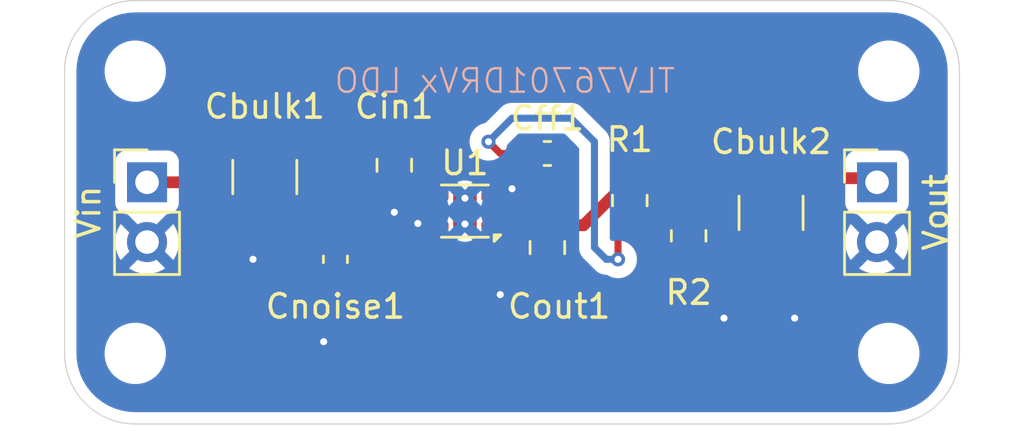
<source format=kicad_pcb>
(kicad_pcb (version 20241229) (generator "pcbnew") (generator_version "9.0")
  (layers (0 "F.Cu" signal) (2 "B.Cu" signal) (13 "F.Paste" user) (15 "B.Paste" user) (5 "F.SilkS" user "F.Silkscreen") (7 "B.SilkS" user "B.Silkscreen") (1 "F.Mask" user) (3 "B.Mask" user) (25 "Edge.Cuts" user))
  (net 0 "")
  (net 1 "/GND")
  (net 2 "/Vin")
  (net 3 "/Vout")
  (net 4 "/FB")
  (footprint "Capacitor_SMD:C_1210_3225Metric" (layer "F.Cu") (at 130.5 83.525 -90)
    (property "Reference" "Cbulk2" (at -3.025 0 180) (layer "F.SilkS"))
    (property "Value" "10uF")
    (fp_line (start -0.711252 1.36) (end 0.711252 1.36) (stroke (width 0.12)) (layer "F.SilkS"))
    (fp_line (start -0.711252 -1.36) (end 0.711252 -1.36) (stroke (width 0.12)) (layer "F.SilkS"))
    (pad "1" smd roundrect (at -1.475 0 270) (size 1.15 2.7) (layers "F.Cu" "F.Mask" "F.Paste") (roundrect_rratio 0.217391) (net 3 "/Vout"))
    (pad "2" smd roundrect (at 1.475 0 270) (size 1.15 2.7) (layers "F.Cu" "F.Mask" "F.Paste") (roundrect_rratio 0.217391) (net 1 "/GND"))
  )
  (footprint "Connector_PinHeader_2.54mm:PinHeader_1x02_P2.54mm_Vertical" (layer "F.Cu") (at 104 82.225)
    (property "Reference" "Vin" (at -2.5 1.275 -270) (layer "F.SilkS"))
    (property "Value" "Conn_01x02_Pin")
    (fp_line (start -1.38 -1.38) (end 0 -1.38) (stroke (width 0.12)) (layer "F.SilkS"))
    (fp_line (start -1.38 0) (end -1.38 -1.38) (stroke (width 0.12)) (layer "F.SilkS"))
    (fp_line (start -1.38 1.27) (end -1.38 3.92) (stroke (width 0.12)) (layer "F.SilkS"))
    (fp_line (start -1.38 1.27) (end 1.38 1.27) (stroke (width 0.12)) (layer "F.SilkS"))
    (fp_line (start -1.38 3.92) (end 1.38 3.92) (stroke (width 0.12)) (layer "F.SilkS"))
    (fp_line (start 1.38 1.27) (end 1.38 3.92) (stroke (width 0.12)) (layer "F.SilkS"))
    (pad "1" thru_hole rect (at 0 0) (size 1.7 1.7) (drill 1) (layers "*.Cu" "*.Mask") (net 2 "/Vin"))
    (pad "2" thru_hole circle (at 0 2.54) (size 1.7 1.7) (drill 1) (layers "*.Cu" "*.Mask") (net 1 "/GND"))
  )
  (footprint "MountingHole:MountingHole_2.1mm" (layer "F.Cu") (at 103.5 89.5)
    (property "Reference" "H2" (hide yes))
    (property "Value" "MountingHole")
    (pad "" np_thru_hole circle (at 0 0) (size 2.1 2.1) (drill 2.1) (layers "*.Cu" "*.Mask"))
  )
  (footprint "Connector_PinHeader_2.54mm:PinHeader_1x02_P2.54mm_Vertical" (layer "F.Cu") (at 135 82.225)
    (property "Reference" "Vout" (at 2.5 1.275 90) (layer "F.SilkS"))
    (property "Value" "Conn_01x02_Pin")
    (fp_line (start -1.38 -1.38) (end 0 -1.38) (stroke (width 0.12)) (layer "F.SilkS"))
    (fp_line (start -1.38 0) (end -1.38 -1.38) (stroke (width 0.12)) (layer "F.SilkS"))
    (fp_line (start -1.38 1.27) (end -1.38 3.92) (stroke (width 0.12)) (layer "F.SilkS"))
    (fp_line (start -1.38 1.27) (end 1.38 1.27) (stroke (width 0.12)) (layer "F.SilkS"))
    (fp_line (start -1.38 3.92) (end 1.38 3.92) (stroke (width 0.12)) (layer "F.SilkS"))
    (fp_line (start 1.38 1.27) (end 1.38 3.92) (stroke (width 0.12)) (layer "F.SilkS"))
    (pad "1" thru_hole rect (at 0 0) (size 1.7 1.7) (drill 1) (layers "*.Cu" "*.Mask") (net 3 "/Vout"))
    (pad "2" thru_hole circle (at 0 2.54) (size 1.7 1.7) (drill 1) (layers "*.Cu" "*.Mask") (net 1 "/GND"))
  )
  (footprint "Capacitor_SMD:C_0603_1608Metric" (layer "F.Cu") (at 121 81 180)
    (property "Reference" "Cff1" (at 0 1.5 180) (layer "F.SilkS"))
    (property "Value" "10pF")
    (fp_line (start -0.14058 0.51) (end 0.14058 0.51) (stroke (width 0.12)) (layer "F.SilkS"))
    (fp_line (start -0.14058 -0.51) (end 0.14058 -0.51) (stroke (width 0.12)) (layer "F.SilkS"))
    (pad "1" smd roundrect (at -0.775 0 180) (size 0.9 0.95) (layers "F.Cu" "F.Mask" "F.Paste") (net 3 "/Vout"))
    (pad "2" smd roundrect (at 0.775 0 180) (size 0.9 0.95) (layers "F.Cu" "F.Mask" "F.Paste") (net 4 "/FB"))
  )
  (footprint "Capacitor_SMD:C_0805_2012Metric" (layer "F.Cu") (at 121 85 -90)
    (property "Reference" "Cout1" (at 2.5 -0.5 180) (layer "F.SilkS"))
    (property "Value" "2.2uF")
    (fp_line (start -0.261252 0.735) (end 0.261252 0.735) (stroke (width 0.12)) (layer "F.SilkS"))
    (fp_line (start -0.261252 -0.735) (end 0.261252 -0.735) (stroke (width 0.12)) (layer "F.SilkS"))
    (pad "1" smd roundrect (at -0.95 0 270) (size 1 1.45) (layers "F.Cu" "F.Mask" "F.Paste") (net 3 "/Vout"))
    (pad "2" smd roundrect (at 0.95 0 270) (size 1 1.45) (layers "F.Cu" "F.Mask" "F.Paste") (net 1 "/GND"))
  )
  (footprint "Capacitor_SMD:C_0805_2012Metric" (layer "F.Cu") (at 114.5 81.5 -90)
    (property "Reference" "Cin1" (at -2.5 0 180) (layer "F.SilkS"))
    (property "Value" "1uF")
    (fp_line (start -0.261252 0.735) (end 0.261252 0.735) (stroke (width 0.12)) (layer "F.SilkS"))
    (fp_line (start -0.261252 -0.735) (end 0.261252 -0.735) (stroke (width 0.12)) (layer "F.SilkS"))
    (pad "1" smd roundrect (at -0.95 0 270) (size 1 1.45) (layers "F.Cu" "F.Mask" "F.Paste") (net 2 "/Vin"))
    (pad "2" smd roundrect (at 0.95 0 270) (size 1 1.45) (layers "F.Cu" "F.Mask" "F.Paste") (net 1 "/GND"))
  )
  (footprint "Package_SON:WSON-6-1EP_2x2mm_P0.65mm_EP1x1.6mm_ThermalVias" (layer "F.Cu") (at 117.5 83.45 180)
    (property "Reference" "U1" (at 0 2.05 0) (layer "F.SilkS"))
    (property "Value" "TLV76701DRVx")
    (fp_line (start -1 1.11) (end 1 1.11) (stroke (width 0.12)) (layer "F.SilkS"))
    (fp_line (start -1 -1.11) (end 1 -1.11) (stroke (width 0.12)) (layer "F.SilkS"))
    (fp_poly (pts (xy -1.24 -1.01) (xy -1.52 -1.01) (xy -1.24 -1.29)) (stroke (width 0.12)) (fill yes) (layer "F.SilkS"))
    (pad "1" smd roundrect (at -0.8875 -0.65 180) (size 0.375 0.4) (layers "F.Cu" "F.Mask" "F.Paste") (net 3 "/Vout"))
    (pad "2" smd roundrect (at -0.8875 0 180) (size 0.375 0.4) (layers "F.Cu" "F.Mask" "F.Paste") (net 4 "/FB"))
    (pad "3" smd roundrect (at -0.8875 0.65 180) (size 0.375 0.4) (layers "F.Cu" "F.Mask" "F.Paste") (net 1 "/GND"))
    (pad "4" smd roundrect (at 0.8875 0.65 180) (size 0.375 0.4) (layers "F.Cu" "F.Mask" "F.Paste") (net 2 "/Vin"))
    (pad "5" smd roundrect (at 0.8875 0 180) (size 0.375 0.4) (layers "F.Cu" "F.Mask" "F.Paste") (net 1 "/GND"))
    (pad "6" smd roundrect (at 0.8875 -0.65 180) (size 0.375 0.4) (layers "F.Cu" "F.Mask" "F.Paste") (net 2 "/Vin"))
    (pad "7" thru_hole circle (at 0 -0.55 180) (size 0.5 0.5) (drill 0.3) (property pad_prop_heatsink) (layers "*.Cu") (net 1 "/GND"))
    (pad "7" smd rect (at 0 0 180) (size 0.5 1.6) (property pad_prop_heatsink) (layers "B.Cu") (net 1 "/GND"))
    (pad "7" smd rect (at 0 0 180) (size 1 1.6) (property pad_prop_heatsink) (layers "F.Cu" "F.Mask") (net 1 "/GND"))
    (pad "7" thru_hole circle (at 0 0.55 180) (size 0.5 0.5) (drill 0.3) (property pad_prop_heatsink) (layers "*.Cu") (net 1 "/GND"))
  )
  (footprint "Resistor_SMD:R_0805_2012Metric" (layer "F.Cu") (at 124.5 83 -90)
    (property "Reference" "R1" (at -2.5875 0 0) (layer "F.SilkS"))
    (property "Value" "226k")
    (fp_line (start -0.227064 0.735) (end 0.227064 0.735) (stroke (width 0.12)) (layer "F.SilkS"))
    (fp_line (start -0.227064 -0.735) (end 0.227064 -0.735) (stroke (width 0.12)) (layer "F.SilkS"))
    (pad "1" smd roundrect (at -0.9125 0 270) (size 1.025 1.4) (layers "F.Cu" "F.Mask" "F.Paste") (roundrect_rratio 0.243902) (net 3 "/Vout"))
    (pad "2" smd roundrect (at 0.9125 0 270) (size 1.025 1.4) (layers "F.Cu" "F.Mask" "F.Paste") (roundrect_rratio 0.243902) (net 4 "/FB"))
  )
  (footprint "MountingHole:MountingHole_2.1mm" (layer "F.Cu") (at 135.5 77.5)
    (property "Reference" "H3" (hide yes))
    (property "Value" "MountingHole")
    (pad "" np_thru_hole circle (at 0 0) (size 2.1 2.1) (drill 2.1) (layers "*.Cu" "*.Mask"))
  )
  (footprint "MountingHole:MountingHole_2.1mm" (layer "F.Cu") (at 103.5 77.5)
    (property "Reference" "H1" (hide yes))
    (property "Value" "MountingHole")
    (pad "" np_thru_hole circle (at 0 0) (size 2.1 2.1) (drill 2.1) (layers "*.Cu" "*.Mask"))
  )
  (footprint "Resistor_SMD:R_0805_2012Metric" (layer "F.Cu") (at 127 84.5 -90)
    (property "Reference" "R2" (at 2.4125 0 180) (layer "F.SilkS"))
    (property "Value" "16.2k")
    (fp_line (start -0.227064 0.735) (end 0.227064 0.735) (stroke (width 0.12)) (layer "F.SilkS"))
    (fp_line (start -0.227064 -0.735) (end 0.227064 -0.735) (stroke (width 0.12)) (layer "F.SilkS"))
    (pad "1" smd roundrect (at -0.9125 0 270) (size 1.025 1.4) (layers "F.Cu" "F.Mask" "F.Paste") (roundrect_rratio 0.243902) (net 4 "/FB"))
    (pad "2" smd roundrect (at 0.9125 0 270) (size 1.025 1.4) (layers "F.Cu" "F.Mask" "F.Paste") (roundrect_rratio 0.243902) (net 1 "/GND"))
  )
  (footprint "Capacitor_SMD:C_0603_1608Metric" (layer "F.Cu") (at 112 85.5 -90)
    (property "Reference" "Cnoise1" (at 2 0 180) (layer "F.SilkS"))
    (property "Value" "100nF")
    (fp_line (start -0.14058 0.51) (end 0.14058 0.51) (stroke (width 0.12)) (layer "F.SilkS"))
    (fp_line (start -0.14058 -0.51) (end 0.14058 -0.51) (stroke (width 0.12)) (layer "F.SilkS"))
    (pad "1" smd roundrect (at -0.775 0 270) (size 0.9 0.95) (layers "F.Cu" "F.Mask" "F.Paste") (net 2 "/Vin"))
    (pad "2" smd roundrect (at 0.775 0 270) (size 0.9 0.95) (layers "F.Cu" "F.Mask" "F.Paste") (net 1 "/GND"))
  )
  (footprint "Capacitor_SMD:C_1210_3225Metric" (layer "F.Cu") (at 109 82 -90)
    (property "Reference" "Cbulk1" (at -3 0 180) (layer "F.SilkS"))
    (property "Value" "10uF")
    (fp_line (start -0.711252 1.36) (end 0.711252 1.36) (stroke (width 0.12)) (layer "F.SilkS"))
    (fp_line (start -0.711252 -1.36) (end 0.711252 -1.36) (stroke (width 0.12)) (layer "F.SilkS"))
    (pad "1" smd roundrect (at -1.475 0 270) (size 1.15 2.7) (layers "F.Cu" "F.Mask" "F.Paste") (roundrect_rratio 0.217391) (net 2 "/Vin"))
    (pad "2" smd roundrect (at 1.475 0 270) (size 1.15 2.7) (layers "F.Cu" "F.Mask" "F.Paste") (roundrect_rratio 0.217391) (net 1 "/GND"))
  )
  (footprint "MountingHole:MountingHole_2.1mm" (layer "F.Cu") (at 135.5 89.5)
    (property "Reference" "H4" (hide yes))
    (property "Value" "MountingHole")
    (pad "" np_thru_hole circle (at 0 0) (size 2.1 2.1) (drill 2.1) (layers "*.Cu" "*.Mask"))
  )
  (gr_arc (start 100.5 77.5) (mid 101.37868 75.37868) (end 103.5 74.5) (stroke (width 0.05)) (layer "Edge.Cuts"))
  (gr_arc (start 103.5 92.5) (mid 101.37868 91.62132) (end 100.5 89.5) (stroke (width 0.05)) (layer "Edge.Cuts"))
  (gr_arc (start 135.5 74.5) (mid 137.62132 75.37868) (end 138.5 77.5) (stroke (width 0.05)) (layer "Edge.Cuts"))
  (gr_line (start 100.5 89.5) (end 100.5 77.5) (stroke (width 0.05)) (layer "Edge.Cuts"))
  (gr_line (start 103.5 92.5) (end 135.5 92.5) (stroke (width 0.05)) (layer "Edge.Cuts"))
  (gr_line (start 103.5 74.5) (end 135.5 74.5) (stroke (width 0.05)) (layer "Edge.Cuts"))
  (gr_line (start 138.5 89.5) (end 138.5 77.5) (stroke (width 0.05)) (layer "Edge.Cuts"))
  (gr_arc (start 138.5 89.5) (mid 137.62132 91.62132) (end 135.5 92.5) (stroke (width 0.05)) (layer "Edge.Cuts"))
  (gr_text "TLV76701DRVx LDO" (at 126.5 78.5 0) (layer "B.SilkS") (effects (font (size 1 1) (thickness 0.1)) (justify left bottom mirror)))
  (segment (start 112 88.5) (end 111.5 89) (width 0.3) (layer "F.Cu") (net 1))
  (segment (start 115.5 84) (end 115.5 83.975) (width 0.3) (layer "F.Cu") (net 1))
  (segment (start 120.05 85.95) (end 119 87) (width 0.3) (layer "F.Cu") (net 1))
  (segment (start 116.05 83.45) (end 115.5 84) (width 0.3) (layer "F.Cu") (net 1))
  (segment (start 109 85) (end 108.5 85.5) (width 0.3) (layer "F.Cu") (net 1))
  (segment (start 121 85.95) (end 120.05 85.95) (width 0.3) (layer "F.Cu") (net 1))
  (segment (start 127.4125 85.4125) (end 128.5 86.5) (width 0.3) (layer "F.Cu") (net 1))
  (segment (start 114.5 82.45) (end 114.5 83.5) (width 0.3) (layer "F.Cu") (net 1))
  (segment (start 119.2 82.8) (end 119.5 82.5) (width 0.3) (layer "F.Cu") (net 1))
  (segment (start 127 85.4125) (end 127.4125 85.4125) (width 0.3) (layer "F.Cu") (net 1))
  (segment (start 116.6125 83.45) (end 116.05 83.45) (width 0.3) (layer "F.Cu") (net 1))
  (segment (start 118.3875 82.8) (end 119.2 82.8) (width 0.3) (layer "F.Cu") (net 1))
  (segment (start 131.5 86) (end 131.5 88) (width 0.3) (layer "F.Cu") (net 1))
  (segment (start 130.5 85) (end 131.5 86) (width 0.3) (layer "F.Cu") (net 1))
  (segment (start 112 86.275) (end 112 88.5) (width 0.3) (layer "F.Cu") (net 1))
  (segment (start 109 83.475) (end 109 85) (width 0.3) (layer "F.Cu") (net 1))
  (segment (start 128.5 86.5) (end 128.5 88) (width 0.3) (layer "F.Cu") (net 1))
  (via (at 111.5 89) (size 0.6) (drill 0.3) (layers "F.Cu" "B.Cu") (net 1))
  (via (at 119 87) (size 0.6) (drill 0.3) (layers "F.Cu" "B.Cu") (net 1))
  (via (at 114.5 83.5) (size 0.6) (drill 0.3) (layers "F.Cu" "B.Cu") (net 1))
  (via (at 108.5 85.5) (size 0.6) (drill 0.3) (layers "F.Cu" "B.Cu") (net 1))
  (via (at 115.5 83.975) (size 0.6) (drill 0.3) (layers "F.Cu" "B.Cu") (net 1))
  (via (at 119.5 82.5) (size 0.6) (drill 0.3) (layers "F.Cu" "B.Cu") (net 1))
  (via (at 128.5 88) (size 0.6) (drill 0.3) (layers "F.Cu" "B.Cu") (net 1))
  (via (at 131.5 88) (size 0.6) (drill 0.3) (layers "F.Cu" "B.Cu") (net 1))
  (segment (start 115.925 84.725) (end 116.549 84.101) (width 0.5) (layer "F.Cu") (net 2))
  (segment (start 114.55 80.55) (end 116.549 82.549) (width 0.5) (layer "F.Cu") (net 2))
  (segment (start 112 80.525) (end 114.475 80.525) (width 0.5) (layer "F.Cu") (net 2))
  (segment (start 104 82.225) (end 107.3 82.225) (width 0.5) (layer "F.Cu") (net 2))
  (segment (start 114.475 80.525) (end 114.5 80.55) (width 0.5) (layer "F.Cu") (net 2))
  (segment (start 112 84.725) (end 112 80.525) (width 0.5) (layer "F.Cu") (net 2))
  (segment (start 107.3 82.225) (end 109 80.525) (width 0.5) (layer "F.Cu") (net 2))
  (segment (start 116.549 82.549) (end 116.549 82.799) (width 0.5) (layer "F.Cu") (net 2))
  (segment (start 114.5 80.55) (end 114.55 80.55) (width 0.5) (layer "F.Cu") (net 2))
  (segment (start 112 84.725) (end 115.925 84.725) (width 0.5) (layer "F.Cu") (net 2))
  (segment (start 109 80.525) (end 112 80.525) (width 0.5) (layer "F.Cu") (net 2))
  (segment (start 126.45 82.05) (end 130.5 82.05) (width 0.5) (layer "F.Cu") (net 3))
  (segment (start 121 84.05) (end 120.949 84.101) (width 0.5) (layer "F.Cu") (net 3))
  (segment (start 121 84.05) (end 121 81.775) (width 0.5) (layer "F.Cu") (net 3))
  (segment (start 121 81.775) (end 121.775 81) (width 0.5) (layer "F.Cu") (net 3))
  (segment (start 130.5 82.05) (end 134.825 82.05) (width 0.5) (layer "F.Cu") (net 3))
  (segment (start 126.4125 82.0875) (end 126.45 82.05) (width 0.5) (layer "F.Cu") (net 3))
  (segment (start 124.5 82.0875) (end 126.4125 82.0875) (width 0.5) (layer "F.Cu") (net 3))
  (segment (start 121 84.05) (end 122.5375 84.05) (width 0.5) (layer "F.Cu") (net 3))
  (segment (start 120.949 84.101) (end 118.451 84.101) (width 0.5) (layer "F.Cu") (net 3))
  (segment (start 134.825 82.05) (end 135 82.225) (width 0.5) (layer "F.Cu") (net 3))
  (segment (start 122.5375 84.05) (end 124.5 82.0875) (width 0.5) (layer "F.Cu") (net 3))
  (segment (start 119 81) (end 118.5 80.5) (width 0.3) (layer "F.Cu") (net 4))
  (segment (start 120.225 81) (end 119 81) (width 0.3) (layer "F.Cu") (net 4))
  (segment (start 124.5 83.9125) (end 126.675 83.9125) (width 0.3) (layer "F.Cu") (net 4))
  (segment (start 124 85.5) (end 124 84.4125) (width 0.3) (layer "F.Cu") (net 4))
  (segment (start 120.225 82.695654) (end 120.225 81) (width 0.3) (layer "F.Cu") (net 4))
  (segment (start 126.675 83.9125) (end 127 83.5875) (width 0.3) (layer "F.Cu") (net 4))
  (segment (start 119.470654 83.45) (end 120.225 82.695654) (width 0.3) (layer "F.Cu") (net 4))
  (segment (start 118.3875 83.45) (end 119.470654 83.45) (width 0.3) (layer "F.Cu") (net 4))
  (segment (start 124 84.4125) (end 124.5 83.9125) (width 0.3) (layer "F.Cu") (net 4))
  (via (at 124 85.5) (size 0.6) (drill 0.3) (layers "F.Cu" "B.Cu") (net 4))
  (via (at 118.5 80.5) (size 0.6) (drill 0.3) (layers "F.Cu" "B.Cu") (net 4))
  (segment (start 122 79.5) (end 123 80.5) (width 0.3) (layer "B.Cu") (net 4))
  (segment (start 119.5 79.5) (end 122 79.5) (width 0.3) (layer "B.Cu") (net 4))
  (segment (start 118.5 80.5) (end 119.5 79.5) (width 0.3) (layer "B.Cu") (net 4))
  (segment (start 123 80.5) (end 123 85) (width 0.3) (layer "B.Cu") (net 4))
  (segment (start 123 85) (end 123.5 85.5) (width 0.3) (layer "B.Cu") (net 4))
  (segment (start 123.5 85.5) (end 124 85.5) (width 0.3) (layer "B.Cu") (net 4))
  (zone (net 1) (net_name "/GND") (layer "B.Cu") (connect_pads (clearance 0.5)) (min_thickness 0.25) (fill yes (thermal_gap 0.5) (thermal_bridge_width 0.5))
    (polygon (pts (xy 100.5 74.5) (xy 138.5 74.5) (xy 138.5 92.5) (xy 100.5 92.5)))
  )
)
</source>
